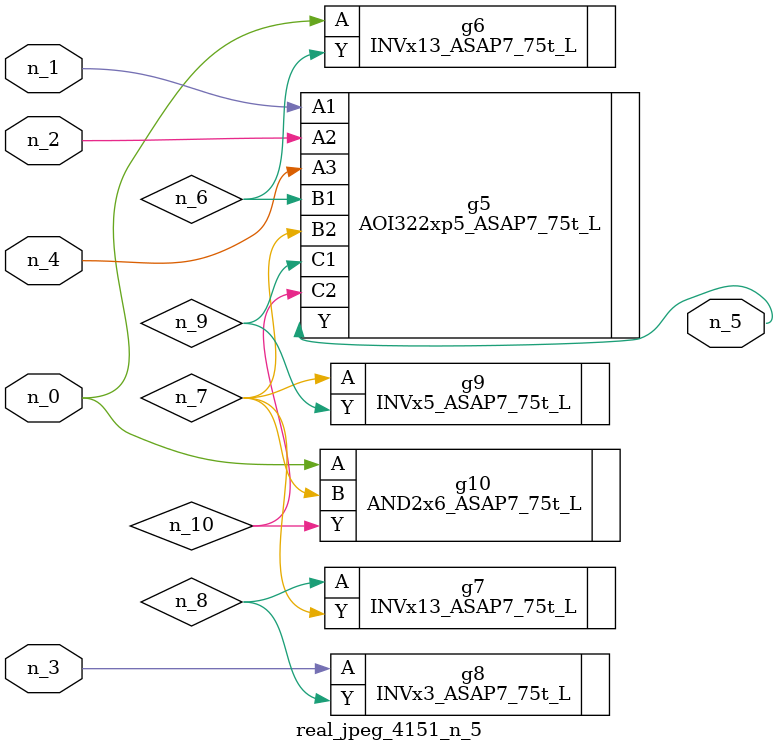
<source format=v>
module real_jpeg_4151_n_5 (n_4, n_0, n_1, n_2, n_3, n_5);

input n_4;
input n_0;
input n_1;
input n_2;
input n_3;

output n_5;

wire n_8;
wire n_6;
wire n_7;
wire n_10;
wire n_9;

INVx13_ASAP7_75t_L g6 ( 
.A(n_0),
.Y(n_6)
);

AND2x6_ASAP7_75t_L g10 ( 
.A(n_0),
.B(n_7),
.Y(n_10)
);

AOI322xp5_ASAP7_75t_L g5 ( 
.A1(n_1),
.A2(n_2),
.A3(n_4),
.B1(n_6),
.B2(n_7),
.C1(n_9),
.C2(n_10),
.Y(n_5)
);

INVx3_ASAP7_75t_L g8 ( 
.A(n_3),
.Y(n_8)
);

INVx5_ASAP7_75t_L g9 ( 
.A(n_7),
.Y(n_9)
);

INVx13_ASAP7_75t_L g7 ( 
.A(n_8),
.Y(n_7)
);


endmodule
</source>
